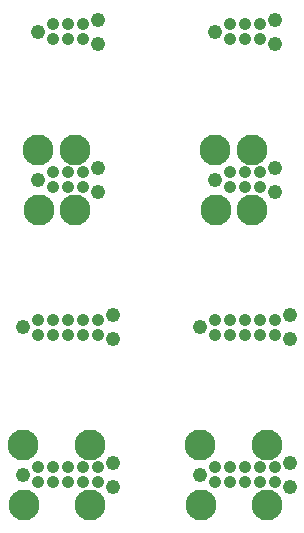
<source format=gts>
G04 (created by PCBNEW-RS274X (2012-05-18 BZR 3565)-testing) date 5/24/2012 1:48:57 AM*
%MOIN*%
G04 Gerber Fmt 3.4, Leading zero omitted, Abs format*
%FSLAX34Y34*%
G01*
G70*
G90*
G04 APERTURE LIST*
%ADD10C,0.006*%
%ADD11C,0.0409*%
%ADD12C,0.0489*%
%ADD13C,0.0488*%
%ADD14C,0.1034*%
%ADD15C,0.1033*%
G04 APERTURE END LIST*
G54D10*
G54D11*
X44776Y-34699D03*
X44776Y-34199D03*
X45276Y-34699D03*
X45276Y-34199D03*
X45776Y-34699D03*
X45776Y-34199D03*
G54D12*
X44276Y-34449D03*
G54D13*
X46276Y-34049D03*
X46276Y-34849D03*
G54D11*
X50681Y-34699D03*
X50681Y-34199D03*
X51181Y-34699D03*
X51181Y-34199D03*
X51681Y-34699D03*
X51681Y-34199D03*
G54D12*
X50181Y-34449D03*
G54D13*
X52181Y-34049D03*
X52181Y-34849D03*
G54D11*
X44776Y-39620D03*
X44776Y-39120D03*
X45276Y-39620D03*
X45276Y-39120D03*
X45776Y-39620D03*
X45776Y-39120D03*
G54D12*
X44276Y-39370D03*
G54D13*
X46276Y-38970D03*
X46276Y-39770D03*
G54D14*
X44276Y-38370D03*
G54D15*
X45526Y-38370D03*
X44326Y-40370D03*
X45526Y-40370D03*
G54D11*
X50681Y-39620D03*
X50681Y-39120D03*
X51181Y-39620D03*
X51181Y-39120D03*
X51681Y-39620D03*
X51681Y-39120D03*
G54D12*
X50181Y-39370D03*
G54D13*
X52181Y-38970D03*
X52181Y-39770D03*
G54D14*
X50181Y-38370D03*
G54D15*
X51431Y-38370D03*
X50231Y-40370D03*
X51431Y-40370D03*
G54D11*
X46276Y-44041D03*
X46276Y-44541D03*
X45776Y-44041D03*
X45776Y-44541D03*
X44276Y-44541D03*
X44276Y-44041D03*
X44776Y-44541D03*
X44776Y-44041D03*
X45276Y-44541D03*
X45276Y-44041D03*
G54D12*
X43776Y-44291D03*
G54D13*
X46776Y-43891D03*
X46776Y-44691D03*
G54D11*
X52181Y-44041D03*
X52181Y-44541D03*
X51681Y-44041D03*
X51681Y-44541D03*
X50181Y-44541D03*
X50181Y-44041D03*
X50681Y-44541D03*
X50681Y-44041D03*
X51181Y-44541D03*
X51181Y-44041D03*
G54D12*
X49681Y-44291D03*
G54D13*
X52681Y-43891D03*
X52681Y-44691D03*
G54D11*
X46276Y-48963D03*
X46276Y-49463D03*
X45776Y-48963D03*
X45776Y-49463D03*
X44276Y-49463D03*
X44276Y-48963D03*
X44776Y-49463D03*
X44776Y-48963D03*
X45276Y-49463D03*
X45276Y-48963D03*
G54D12*
X43776Y-49213D03*
G54D13*
X46776Y-48813D03*
X46776Y-49613D03*
G54D14*
X43776Y-48213D03*
G54D15*
X46026Y-48213D03*
X43826Y-50213D03*
X46026Y-50213D03*
G54D11*
X52181Y-48963D03*
X52181Y-49463D03*
X51681Y-48963D03*
X51681Y-49463D03*
X50181Y-49463D03*
X50181Y-48963D03*
X50681Y-49463D03*
X50681Y-48963D03*
X51181Y-49463D03*
X51181Y-48963D03*
G54D12*
X49681Y-49213D03*
G54D13*
X52681Y-48813D03*
X52681Y-49613D03*
G54D14*
X49681Y-48213D03*
G54D15*
X51931Y-48213D03*
X49731Y-50213D03*
X51931Y-50213D03*
M02*

</source>
